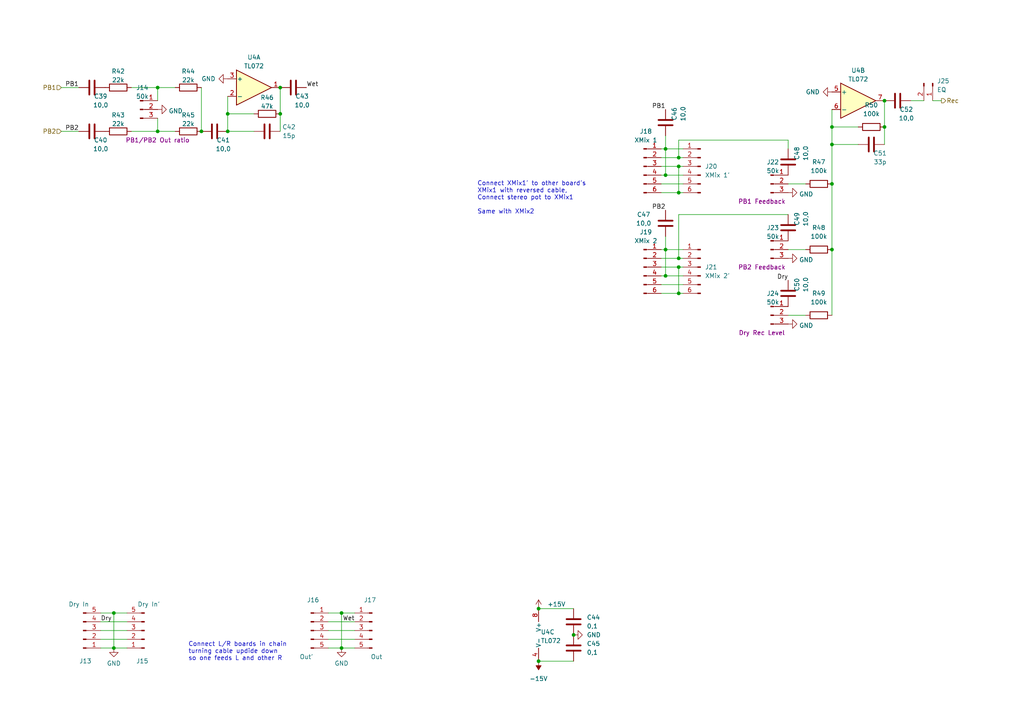
<source format=kicad_sch>
(kicad_sch (version 20211123) (generator eeschema)
  (paper "A4")
  (lib_symbols
    (symbol "Amplifier_Operational:TL072" (pin_names (offset 0.127))
      (property "Reference" "U" (at 0 5.08 0))
      (property "Value" "TL072" (at 0 -5.08 0))
      (symbol "TL072_1_1"
        (polyline (pts (xy -5.08 5.08) (xy 5.08 0) (xy -5.08 -5.08) (xy -5.08 5.08)) (stroke (width 0.254)) (fill (type background)))
        (pin output line (at 7.62 0 180) (length 2.54) (name "~") (number "1"))
        (pin input line (at -7.62 -2.54 0) (length 2.54) (name "-") (number "2"))
        (pin input line (at -7.62 2.54 0) (length 2.54) (name "+") (number "3"))
      )
      (symbol "TL072_2_1"
        (polyline (pts (xy -5.08 5.08) (xy 5.08 0) (xy -5.08 -5.08) (xy -5.08 5.08)) (stroke (width 0.254)) (fill (type background)))
        (pin input line (at -7.62 2.54 0) (length 2.54) (name "+") (number "5"))
        (pin input line (at -7.62 -2.54 0) (length 2.54) (name "-") (number "6"))
        (pin output line (at 7.62 0 180) (length 2.54) (name "~") (number "7"))
      )
      (symbol "TL072_3_1"
        (pin power_in line (at -2.54 -7.62 90) (length 3.81) (name "V-") (number "4"))
        (pin power_in line (at -2.54 7.62 270) (length 3.81) (name "V+") (number "8"))
      )
    )
    (symbol "Connector:Conn_01x02_Male" (pin_names (offset 1.016) hide)
      (property "Reference" "J" (at 0 2.54 0))
      (property "Value" "Conn_01x02_Male" (at 0 -5.08 0))
      (symbol "Conn_01x02_Male_1_1"
        (polyline (pts (xy 1.27 -2.54) (xy 0.8636 -2.54)) (stroke (width 0.1524)))
        (polyline (pts (xy 1.27 0) (xy 0.8636 0)) (stroke (width 0.1524)))
        (rectangle (start 0.8636 -2.413) (end 0 -2.667) (stroke (width 0.1524)) (fill (type outline)))
        (rectangle (start 0.8636 0.127) (end 0 -0.127) (stroke (width 0.1524)) (fill (type outline)))
        (pin passive line (at 5.08 0 180) (length 3.81) (name "Pin_1") (number "1"))
        (pin passive line (at 5.08 -2.54 180) (length 3.81) (name "Pin_2") (number "2"))
      )
    )
    (symbol "Connector:Conn_01x03_Male" (pin_names (offset 1.016) hide)
      (property "Reference" "J" (at 0 5.08 0))
      (property "Value" "Conn_01x03_Male" (at 0 -5.08 0))
      (symbol "Conn_01x03_Male_1_1"
        (polyline (pts (xy 1.27 -2.54) (xy 0.8636 -2.54)) (stroke (width 0.1524)))
        (polyline (pts (xy 1.27 0) (xy 0.8636 0)) (stroke (width 0.1524)))
        (polyline (pts (xy 1.27 2.54) (xy 0.8636 2.54)) (stroke (width 0.1524)))
        (rectangle (start 0.8636 -2.413) (end 0 -2.667) (stroke (width 0.1524)) (fill (type outline)))
        (rectangle (start 0.8636 0.127) (end 0 -0.127) (stroke (width 0.1524)) (fill (type outline)))
        (rectangle (start 0.8636 2.667) (end 0 2.413) (stroke (width 0.1524)) (fill (type outline)))
        (pin passive line (at 5.08 2.54 180) (length 3.81) (name "Pin_1") (number "1"))
        (pin passive line (at 5.08 0 180) (length 3.81) (name "Pin_2") (number "2"))
        (pin passive line (at 5.08 -2.54 180) (length 3.81) (name "Pin_3") (number "3"))
      )
    )
    (symbol "Connector:Conn_01x05_Male" (pin_names (offset 1.016) hide)
      (property "Reference" "J" (at 0 7.62 0))
      (property "Value" "Conn_01x05_Male" (at 0 -7.62 0))
      (symbol "Conn_01x05_Male_1_1"
        (polyline (pts (xy 1.27 -5.08) (xy 0.8636 -5.08)) (stroke (width 0.1524)))
        (polyline (pts (xy 1.27 -2.54) (xy 0.8636 -2.54)) (stroke (width 0.1524)))
        (polyline (pts (xy 1.27 0) (xy 0.8636 0)) (stroke (width 0.1524)))
        (polyline (pts (xy 1.27 2.54) (xy 0.8636 2.54)) (stroke (width 0.1524)))
        (polyline (pts (xy 1.27 5.08) (xy 0.8636 5.08)) (stroke (width 0.1524)))
        (rectangle (start 0.8636 -4.953) (end 0 -5.207) (stroke (width 0.1524)) (fill (type outline)))
        (rectangle (start 0.8636 -2.413) (end 0 -2.667) (stroke (width 0.1524)) (fill (type outline)))
        (rectangle (start 0.8636 0.127) (end 0 -0.127) (stroke (width 0.1524)) (fill (type outline)))
        (rectangle (start 0.8636 2.667) (end 0 2.413) (stroke (width 0.1524)) (fill (type outline)))
        (rectangle (start 0.8636 5.207) (end 0 4.953) (stroke (width 0.1524)) (fill (type outline)))
        (pin passive line (at 5.08 5.08 180) (length 3.81) (name "Pin_1") (number "1"))
        (pin passive line (at 5.08 2.54 180) (length 3.81) (name "Pin_2") (number "2"))
        (pin passive line (at 5.08 0 180) (length 3.81) (name "Pin_3") (number "3"))
        (pin passive line (at 5.08 -2.54 180) (length 3.81) (name "Pin_4") (number "4"))
        (pin passive line (at 5.08 -5.08 180) (length 3.81) (name "Pin_5") (number "5"))
      )
    )
    (symbol "Connector:Conn_01x06_Male" (pin_names (offset 1.016) hide)
      (property "Reference" "J" (at 0 7.62 0))
      (property "Value" "Conn_01x06_Male" (at 0 -10.16 0))
      (symbol "Conn_01x06_Male_1_1"
        (polyline (pts (xy 1.27 -7.62) (xy 0.8636 -7.62)) (stroke (width 0.1524)))
        (polyline (pts (xy 1.27 -5.08) (xy 0.8636 -5.08)) (stroke (width 0.1524)))
        (polyline (pts (xy 1.27 -2.54) (xy 0.8636 -2.54)) (stroke (width 0.1524)))
        (polyline (pts (xy 1.27 0) (xy 0.8636 0)) (stroke (width 0.1524)))
        (polyline (pts (xy 1.27 2.54) (xy 0.8636 2.54)) (stroke (width 0.1524)))
        (polyline (pts (xy 1.27 5.08) (xy 0.8636 5.08)) (stroke (width 0.1524)))
        (rectangle (start 0.8636 -7.493) (end 0 -7.747) (stroke (width 0.1524)) (fill (type outline)))
        (rectangle (start 0.8636 -4.953) (end 0 -5.207) (stroke (width 0.1524)) (fill (type outline)))
        (rectangle (start 0.8636 -2.413) (end 0 -2.667) (stroke (width 0.1524)) (fill (type outline)))
        (rectangle (start 0.8636 0.127) (end 0 -0.127) (stroke (width 0.1524)) (fill (type outline)))
        (rectangle (start 0.8636 2.667) (end 0 2.413) (stroke (width 0.1524)) (fill (type outline)))
        (rectangle (start 0.8636 5.207) (end 0 4.953) (stroke (width 0.1524)) (fill (type outline)))
        (pin passive line (at 5.08 5.08 180) (length 3.81) (name "Pin_1") (number "1"))
        (pin passive line (at 5.08 2.54 180) (length 3.81) (name "Pin_2") (number "2"))
        (pin passive line (at 5.08 0 180) (length 3.81) (name "Pin_3") (number "3"))
        (pin passive line (at 5.08 -2.54 180) (length 3.81) (name "Pin_4") (number "4"))
        (pin passive line (at 5.08 -5.08 180) (length 3.81) (name "Pin_5") (number "5"))
        (pin passive line (at 5.08 -7.62 180) (length 3.81) (name "Pin_6") (number "6"))
      )
    )
    (symbol "Device:C" (pin_numbers hide) (pin_names (offset 0.254))
      (property "Reference" "C" (at 0.635 2.54 0))
      (property "Value" "C" (at 0.635 -2.54 0))
      (symbol "C_0_1"
        (polyline (pts (xy -2.032 -0.762) (xy 2.032 -0.762)) (stroke (width 0.508)))
        (polyline (pts (xy -2.032 0.762) (xy 2.032 0.762)) (stroke (width 0.508)))
      )
      (symbol "C_1_1"
        (pin passive line (at 0 3.81 270) (length 2.794) (name "~") (number "1"))
        (pin passive line (at 0 -3.81 90) (length 2.794) (name "~") (number "2"))
      )
    )
    (symbol "Device:R" (pin_numbers hide) (pin_names (offset 0))
      (property "Reference" "R" (at 2.032 0 90))
      (property "Value" "R" (at 0 0 90))
      (symbol "R_0_1"
        (rectangle (start -1.016 -2.54) (end 1.016 2.54) (stroke (width 0.254)))
      )
      (symbol "R_1_1"
        (pin passive line (at 0 3.81 270) (length 1.27) (name "~") (number "1"))
        (pin passive line (at 0 -3.81 90) (length 1.27) (name "~") (number "2"))
      )
    )
    (symbol "power:+15V" (power) (pin_names (offset 0))
      (property "Value" "+15V" (at 0 3.556 0))
      (symbol "+15V_0_1"
        (polyline (pts (xy -0.762 1.27) (xy 0 2.54)))
        (polyline (pts (xy 0 0) (xy 0 2.54)))
        (polyline (pts (xy 0 2.54) (xy 0.762 1.27)))
      )
      (symbol "+15V_1_1"
        (pin power_in line (at 0 0 90) (length 0) hide (name "+15V") (number "1"))
      )
    )
    (symbol "power:-15V" (power) (pin_names (offset 0))
      (property "Value" "-15V" (at 0 3.81 0))
      (symbol "-15V_0_0"
        (pin power_in line (at 0 0 90) (length 0) hide (name "-15V") (number "1"))
      )
      (symbol "-15V_0_1"
        (polyline (pts (xy 0 0) (xy 0 1.27) (xy 0.762 1.27) (xy 0 2.54) (xy -0.762 1.27) (xy 0 1.27)) (fill (type outline)))
      )
    )
    (symbol "power:GND" (power) (pin_names (offset 0))
      (property "Value" "GND" (at 0 -3.81 0))
      (symbol "GND_0_1"
        (polyline (pts (xy 0 0) (xy 0 -1.27) (xy 1.27 -1.27) (xy 0 -2.54) (xy -1.27 -1.27) (xy 0 -1.27)))
      )
      (symbol "GND_1_1"
        (pin power_in line (at 0 0 270) (length 0) hide (name "GND") (number "1"))
      )
    )
  )
  (junction (at 156.21 191.77))
  (junction (at 45.72 25.4))
  (junction (at 193.04 72.39))
  (junction (at 196.85 45.72))
  (junction (at 66.04 38.1))
  (junction (at 99.06 187.96))
  (junction (at 193.04 50.8))
  (junction (at 196.85 55.88))
  (junction (at 156.21 176.53))
  (junction (at 99.06 177.8))
  (junction (at 58.42 38.1))
  (junction (at 196.85 85.09))
  (junction (at 196.85 77.47))
  (junction (at 256.54 29.21))
  (junction (at 193.04 43.18))
  (junction (at 256.54 36.83))
  (junction (at 45.72 38.1))
  (junction (at 33.02 187.96))
  (junction (at 193.04 80.01))
  (junction (at 241.3 53.34))
  (junction (at 166.37 184.15))
  (junction (at 81.28 25.4))
  (junction (at 241.3 41.91))
  (junction (at 241.3 72.39))
  (junction (at 33.02 177.8))
  (junction (at 196.85 48.26))
  (junction (at 241.3 36.83))
  (junction (at 196.85 74.93))
  (junction (at 66.04 33.02))
  (junction (at 81.28 33.02))
  (wire (pts (xy 50.8 38.1) (xy 45.72 38.1)))
  (wire (pts (xy 241.3 41.91) (xy 241.3 36.83)))
  (wire (pts (xy 95.25 187.96) (xy 99.06 187.96)))
  (wire (pts (xy 45.72 29.21) (xy 45.72 25.4)))
  (wire (pts (xy 193.04 80.01) (xy 191.77 80.01)))
  (wire (pts (xy 66.04 33.02) (xy 66.04 27.94)))
  (wire (pts (xy 196.85 48.26) (xy 198.12 48.26)))
  (wire (pts (xy 33.02 187.96) (xy 36.83 187.96)))
  (wire (pts (xy 38.1 25.4) (xy 45.72 25.4)))
  (wire (pts (xy 256.54 29.21) (xy 256.54 36.83)))
  (wire (pts (xy 196.85 45.72) (xy 198.12 45.72)))
  (wire (pts (xy 193.04 72.39) (xy 198.12 72.39)))
  (wire (pts (xy 17.78 25.4) (xy 22.86 25.4)))
  (wire (pts (xy 38.1 38.1) (xy 45.72 38.1)))
  (wire (pts (xy 196.85 62.23) (xy 196.85 74.93)))
  (wire (pts (xy 193.04 50.8) (xy 191.77 50.8)))
  (wire (pts (xy 241.3 53.34) (xy 241.3 72.39)))
  (wire (pts (xy 81.28 25.4) (xy 81.28 33.02)))
  (wire (pts (xy 102.87 187.96) (xy 99.06 187.96)))
  (wire (pts (xy 193.04 80.01) (xy 198.12 80.01)))
  (wire (pts (xy 99.06 177.8) (xy 99.06 187.96)))
  (wire (pts (xy 33.02 177.8) (xy 33.02 187.96)))
  (wire (pts (xy 264.16 29.21) (xy 267.97 29.21)))
  (wire (pts (xy 248.92 41.91) (xy 241.3 41.91)))
  (wire (pts (xy 270.51 29.21) (xy 273.05 29.21)))
  (wire (pts (xy 228.6 72.39) (xy 233.68 72.39)))
  (wire (pts (xy 191.77 43.18) (xy 193.04 43.18)))
  (wire (pts (xy 196.85 85.09) (xy 196.85 77.47)))
  (wire (pts (xy 191.77 85.09) (xy 196.85 85.09)))
  (wire (pts (xy 45.72 38.1) (xy 45.72 34.29)))
  (wire (pts (xy 241.3 72.39) (xy 241.3 91.44)))
  (wire (pts (xy 241.3 41.91) (xy 241.3 53.34)))
  (wire (pts (xy 17.78 38.1) (xy 22.86 38.1)))
  (wire (pts (xy 198.12 55.88) (xy 196.85 55.88)))
  (wire (pts (xy 33.02 187.96) (xy 29.21 187.96)))
  (wire (pts (xy 66.04 38.1) (xy 66.04 33.02)))
  (wire (pts (xy 191.77 74.93) (xy 196.85 74.93)))
  (wire (pts (xy 191.77 82.55) (xy 198.12 82.55)))
  (wire (pts (xy 73.66 33.02) (xy 66.04 33.02)))
  (wire (pts (xy 95.25 177.8) (xy 99.06 177.8)))
  (wire (pts (xy 156.21 191.77) (xy 166.37 191.77)))
  (wire (pts (xy 193.04 43.18) (xy 198.12 43.18)))
  (wire (pts (xy 196.85 77.47) (xy 198.12 77.47)))
  (wire (pts (xy 193.04 50.8) (xy 198.12 50.8)))
  (wire (pts (xy 248.92 36.83) (xy 241.3 36.83)))
  (wire (pts (xy 191.77 45.72) (xy 196.85 45.72)))
  (wire (pts (xy 196.85 55.88) (xy 196.85 48.26)))
  (wire (pts (xy 193.04 68.58) (xy 193.04 72.39)))
  (wire (pts (xy 228.6 40.64) (xy 196.85 40.64)))
  (wire (pts (xy 191.77 48.26) (xy 196.85 48.26)))
  (wire (pts (xy 29.21 177.8) (xy 33.02 177.8)))
  (wire (pts (xy 256.54 36.83) (xy 256.54 41.91)))
  (wire (pts (xy 191.77 55.88) (xy 196.85 55.88)))
  (wire (pts (xy 95.25 182.88) (xy 102.87 182.88)))
  (wire (pts (xy 58.42 25.4) (xy 58.42 38.1)))
  (wire (pts (xy 196.85 62.23) (xy 228.6 62.23)))
  (wire (pts (xy 73.66 38.1) (xy 66.04 38.1)))
  (wire (pts (xy 29.21 180.34) (xy 36.83 180.34)))
  (wire (pts (xy 81.28 33.02) (xy 81.28 38.1)))
  (wire (pts (xy 191.77 72.39) (xy 193.04 72.39)))
  (wire (pts (xy 156.21 176.53) (xy 166.37 176.53)))
  (wire (pts (xy 196.85 74.93) (xy 198.12 74.93)))
  (wire (pts (xy 29.21 185.42) (xy 36.83 185.42)))
  (wire (pts (xy 95.25 185.42) (xy 102.87 185.42)))
  (wire (pts (xy 191.77 53.34) (xy 198.12 53.34)))
  (wire (pts (xy 228.6 43.18) (xy 228.6 40.64)))
  (wire (pts (xy 196.85 40.64) (xy 196.85 45.72)))
  (wire (pts (xy 228.6 91.44) (xy 233.68 91.44)))
  (wire (pts (xy 193.04 72.39) (xy 193.04 80.01)))
  (wire (pts (xy 191.77 77.47) (xy 196.85 77.47)))
  (wire (pts (xy 95.25 180.34) (xy 102.87 180.34)))
  (wire (pts (xy 193.04 43.18) (xy 193.04 50.8)))
  (wire (pts (xy 33.02 177.8) (xy 36.83 177.8)))
  (wire (pts (xy 198.12 85.09) (xy 196.85 85.09)))
  (wire (pts (xy 29.21 182.88) (xy 36.83 182.88)))
  (wire (pts (xy 102.87 177.8) (xy 99.06 177.8)))
  (wire (pts (xy 193.04 39.37) (xy 193.04 43.18)))
  (wire (pts (xy 241.3 36.83) (xy 241.3 31.75)))
  (wire (pts (xy 228.6 53.34) (xy 233.68 53.34)))
  (wire (pts (xy 45.72 25.4) (xy 50.8 25.4)))
  (text "Connect L/R boards in chain\nturning cable updide down\nso one feeds L and other R" (at 54.61 191.77 0) (effects (font (size 1.27 1.27)) (justify left bottom)))
  (text "Connect XMix1' to other board's\nXMix1 with reversed cable,\nConnect stereo pot to XMix1\n\nSame with XMix2" (at 138.43 62.23 0) (effects (font (size 1.27 1.27)) (justify left bottom)))
  (label "Wet" (at 88.9 25.4 0))
  (label "Dry" (at 228.6 81.28 180))
  (label "PB1" (at 193.04 31.75 180))
  (label "PB1" (at 22.86 25.4 180))
  (label "PB2" (at 22.86 38.1 180))
  (label "PB2" (at 193.04 60.96 180))
  (label "Wet" (at 102.87 180.34 180))
  (label "Dry" (at 29.21 180.34 0))
  (hierarchical_label "Rec" (shape output) (at 273.05 29.21 0))
  (hierarchical_label "PB2" (shape input) (at 17.78 38.1 180))
  (hierarchical_label "PB1" (shape input) (at 17.78 25.4 180))
  (symbol (lib_id "Connector:Conn_01x03_Male") (at 223.52 91.44 0) (unit 1)
    (property "Reference" "J24" (at 224.155 85.124 0))
    (property "Value" "50k" (at 224.155 87.6609 0))
    (property "Footprint" "Connector_PinHeader_2.54mm:PinHeader_1x03_P2.54mm_Vertical" (effects hide))
    (property "Label" "Dry Rec Level" (at 220.98 96.52 0))
  )
  (symbol (lib_id "power:+15V") (at 156.21 176.53 0) (unit 1)
    (property "Reference" "#PWR0117" (effects hide))
    (property "Value" "+15V" (at 158.75 175.2599 0) (effects (justify left)))
  )
  (symbol (lib_id "Device:C") (at 85.09 25.4 90) (unit 1)
    (property "Reference" "C43" (at 87.63 27.94 90))
    (property "Value" "10,0" (at 87.63 30.48 90))
    (property "Footprint" "Capacitor_SMD:C_1206_3216Metric_Pad1.33x1.80mm_HandSolder" (effects hide))
  )
  (symbol (lib_id "power:GND") (at 45.72 31.75 90) (unit 1)
    (property "Reference" "#PWR0113" (effects hide))
    (property "Value" "GND" (at 48.895 32.1838 90) (effects (justify right)))
  )
  (symbol (lib_id "Connector:Conn_01x06_Male") (at 203.2 48.26 0) (mirror y) (unit 1)
    (property "Reference" "J20" (at 204.47 48.2599 0) (effects (justify right)))
    (property "Value" "XMix 1'" (at 204.47 50.7999 0) (effects (justify right)))
    (property "Footprint" "Connector_PinHeader_2.54mm:PinHeader_1x06_P2.54mm_Vertical" (effects hide))
  )
  (symbol (lib_id "Device:C") (at 260.35 29.21 90) (unit 1)
    (property "Reference" "C52" (at 262.89 31.75 90))
    (property "Value" "10,0" (at 262.89 34.29 90))
    (property "Footprint" "Capacitor_SMD:C_1206_3216Metric_Pad1.33x1.80mm_HandSolder" (effects hide))
  )
  (symbol (lib_id "power:GND") (at 99.06 187.96 0) (mirror y) (unit 1)
    (property "Reference" "#PWR0114" (effects hide))
    (property "Value" "GND" (at 99.06 192.4034 0))
  )
  (symbol (lib_id "Connector:Conn_01x03_Male") (at 223.52 53.34 0) (unit 1)
    (property "Reference" "J22" (at 224.155 47.024 0))
    (property "Value" "50k" (at 224.155 49.5609 0))
    (property "Footprint" "Connector_PinHeader_2.54mm:PinHeader_1x03_P2.54mm_Vertical" (effects hide))
    (property "Label" "PB1 Feedback" (at 220.98 58.42 0))
  )
  (symbol (lib_id "Device:C") (at 166.37 187.96 0) (unit 1)
    (property "Reference" "C45" (at 170.18 186.6899 0) (effects (justify left)))
    (property "Value" "0,1" (at 170.18 189.2299 0) (effects (justify left)))
    (property "Footprint" "Capacitor_SMD:C_1206_3216Metric_Pad1.33x1.80mm_HandSolder" (effects hide))
  )
  (symbol (lib_id "Device:R") (at 34.29 38.1 90) (unit 1)
    (property "Reference" "R43" (at 34.29 33.3842 90))
    (property "Value" "22k" (at 34.29 35.9211 90))
    (property "Footprint" "Resistor_SMD:R_1206_3216Metric_Pad1.30x1.75mm_HandSolder" (effects hide))
  )
  (symbol (lib_id "Connector:Conn_01x03_Male") (at 223.52 72.39 0) (unit 1)
    (property "Reference" "J23" (at 224.155 66.074 0))
    (property "Value" "50k" (at 224.155 68.6109 0))
    (property "Footprint" "Connector_PinHeader_2.54mm:PinHeader_1x03_P2.54mm_Vertical" (effects hide))
    (property "Label" "PB2 Feedback" (at 220.98 77.47 0))
  )
  (symbol (lib_id "Device:C") (at 62.23 38.1 90) (unit 1)
    (property "Reference" "C41" (at 64.77 40.64 90))
    (property "Value" "10,0" (at 64.77 43.18 90))
    (property "Footprint" "Capacitor_SMD:C_0805_2012Metric_Pad1.18x1.45mm_HandSolder" (effects hide))
  )
  (symbol (lib_id "Device:C") (at 166.37 180.34 0) (unit 1)
    (property "Reference" "C44" (at 170.18 179.0699 0) (effects (justify left)))
    (property "Value" "0,1" (at 170.18 181.6099 0) (effects (justify left)))
    (property "Footprint" "Capacitor_SMD:C_1206_3216Metric_Pad1.33x1.80mm_HandSolder" (effects hide))
  )
  (symbol (lib_id "Amplifier_Operational:TL072") (at 158.75 184.15 0) (unit 3)
    (property "Reference" "U4" (at 156.845 183.3153 0) (effects (justify left)))
    (property "Value" "TL072" (at 156.845 185.8522 0) (effects (justify left)))
    (property "Footprint" "Package_DIP:DIP-8_W7.62mm_LongPads" (effects hide))
    (property "Datasheet" "http://www.ti.com/lit/ds/symlink/tl071.pdf" (effects hide))
  )
  (symbol (lib_id "Connector:Conn_01x06_Male") (at 203.2 77.47 0) (mirror y) (unit 1)
    (property "Reference" "J21" (at 204.47 77.4699 0) (effects (justify right)))
    (property "Value" "XMix 2'" (at 204.47 80.0099 0) (effects (justify right)))
    (property "Footprint" "Connector_PinHeader_2.54mm:PinHeader_1x06_P2.54mm_Vertical" (effects hide))
  )
  (symbol (lib_id "Connector:Conn_01x05_Male") (at 24.13 182.88 0) (mirror x) (unit 1)
    (property "Reference" "J13" (at 24.765 191.736 0))
    (property "Value" "Dry In" (at 22.86 175.26 0))
    (property "Footprint" "Connector_PinHeader_2.54mm:PinHeader_1x05_P2.54mm_Vertical" (effects hide))
  )
  (symbol (lib_id "Connector:Conn_01x05_Male") (at 41.91 182.88 180) (unit 1)
    (property "Reference" "J15" (at 41.275 191.736 0))
    (property "Value" "Dry In'" (at 43.18 175.26 0))
    (property "Footprint" "Connector_PinHeader_2.54mm:PinHeader_1x05_P2.54mm_Vertical" (effects hide))
  )
  (symbol (lib_id "Device:C") (at 228.6 85.09 180) (unit 1)
    (property "Reference" "C50" (at 231.14 82.55 90))
    (property "Value" "10,0" (at 233.68 82.55 90))
    (property "Footprint" "Capacitor_SMD:C_1206_3216Metric_Pad1.33x1.80mm_HandSolder" (effects hide))
  )
  (symbol (lib_id "Device:C") (at 193.04 64.77 180) (unit 1)
    (property "Reference" "C47" (at 186.69 62.23 0))
    (property "Value" "10,0" (at 186.69 64.77 0))
    (property "Footprint" "Capacitor_SMD:C_1206_3216Metric_Pad1.33x1.80mm_HandSolder" (effects hide))
  )
  (symbol (lib_id "power:GND") (at 33.02 187.96 0) (mirror y) (unit 1)
    (property "Reference" "#PWR0115" (effects hide))
    (property "Value" "GND" (at 33.02 192.4034 0))
  )
  (symbol (lib_id "power:GND") (at 228.6 93.98 90) (unit 1)
    (property "Reference" "#PWR0119" (effects hide))
    (property "Value" "GND" (at 231.775 94.4138 90) (effects (justify right)))
  )
  (symbol (lib_id "power:GND") (at 66.04 22.86 270) (unit 1)
    (property "Reference" "#PWR0112" (effects hide))
    (property "Value" "GND" (at 58.42 22.86 90) (effects (justify left)))
  )
  (symbol (lib_id "Device:R") (at 237.49 91.44 90) (unit 1)
    (property "Reference" "R49" (at 237.49 85.09 90))
    (property "Value" "100k" (at 237.49 87.63 90))
    (property "Footprint" "Resistor_SMD:R_1206_3216Metric_Pad1.30x1.75mm_HandSolder" (effects hide))
  )
  (symbol (lib_id "Connector:Conn_01x06_Male") (at 186.69 77.47 0) (unit 1)
    (property "Reference" "J19" (at 187.325 67.31 0))
    (property "Value" "XMix 2" (at 187.325 69.85 0))
    (property "Footprint" "Connector_PinHeader_2.54mm:PinHeader_1x06_P2.54mm_Vertical" (effects hide))
  )
  (symbol (lib_id "Amplifier_Operational:TL072") (at 73.66 25.4 0) (unit 1)
    (property "Reference" "U4" (at 73.66 16.6202 0))
    (property "Value" "TL072" (at 73.66 19.1571 0))
    (property "Footprint" "Package_DIP:DIP-8_W7.62mm_LongPads" (effects hide))
    (property "Datasheet" "http://www.ti.com/lit/ds/symlink/tl071.pdf" (effects hide))
  )
  (symbol (lib_id "Device:C") (at 77.47 38.1 90) (unit 1)
    (property "Reference" "C42" (at 83.82 36.83 90))
    (property "Value" "15p" (at 83.82 39.37 90))
    (property "Footprint" "Capacitor_THT:C_Disc_D5.0mm_W2.5mm_P2.50mm" (effects hide))
  )
  (symbol (lib_id "power:GND") (at 241.3 26.67 270) (unit 1)
    (property "Reference" "#PWR0110" (effects hide))
    (property "Value" "GND" (at 233.68 26.67 90) (effects (justify left)))
  )
  (symbol (lib_id "power:GND") (at 166.37 184.15 90) (mirror x) (unit 1)
    (property "Reference" "#PWR0116" (effects hide))
    (property "Value" "GND" (at 170.18 184.1499 90) (effects (justify right)))
  )
  (symbol (lib_id "Amplifier_Operational:TL072") (at 248.92 29.21 0) (unit 2)
    (property "Reference" "U4" (at 248.92 20.4302 0))
    (property "Value" "TL072" (at 248.92 22.9671 0))
    (property "Footprint" "Package_DIP:DIP-8_W7.62mm_LongPads" (effects hide))
    (property "Datasheet" "http://www.ti.com/lit/ds/symlink/tl071.pdf" (effects hide))
  )
  (symbol (lib_id "Device:R") (at 34.29 25.4 90) (unit 1)
    (property "Reference" "R42" (at 34.29 20.6842 90))
    (property "Value" "22k" (at 34.29 23.2211 90))
    (property "Footprint" "Resistor_SMD:R_1206_3216Metric_Pad1.30x1.75mm_HandSolder" (effects hide))
  )
  (symbol (lib_id "Connector:Conn_01x02_Male") (at 270.51 24.13 270) (unit 1)
    (property "Reference" "J25" (at 271.78 23.4949 90) (effects (justify left)))
    (property "Value" "EQ" (at 271.78 26.0349 90) (effects (justify left)))
    (property "Footprint" "Connector_PinHeader_2.54mm:PinHeader_1x02_P2.54mm_Vertical" (effects hide))
  )
  (symbol (lib_id "Connector:Conn_01x06_Male") (at 186.69 48.26 0) (unit 1)
    (property "Reference" "J18" (at 187.325 38.1 0))
    (property "Value" "XMix 1" (at 187.325 40.64 0))
    (property "Footprint" "Connector_PinHeader_2.54mm:PinHeader_1x06_P2.54mm_Vertical" (effects hide))
  )
  (symbol (lib_id "Device:C") (at 26.67 25.4 90) (unit 1)
    (property "Reference" "C39" (at 29.21 27.94 90))
    (property "Value" "10,0" (at 29.21 30.48 90))
    (property "Footprint" "Capacitor_SMD:C_0805_2012Metric_Pad1.18x1.45mm_HandSolder" (effects hide))
  )
  (symbol (lib_id "Device:R") (at 237.49 53.34 90) (unit 1)
    (property "Reference" "R47" (at 237.49 46.99 90))
    (property "Value" "100k" (at 237.49 49.53 90))
    (property "Footprint" "Resistor_SMD:R_1206_3216Metric_Pad1.30x1.75mm_HandSolder" (effects hide))
  )
  (symbol (lib_id "Device:R") (at 237.49 72.39 90) (unit 1)
    (property "Reference" "R48" (at 237.49 66.04 90))
    (property "Value" "100k" (at 237.49 68.58 90))
    (property "Footprint" "Resistor_SMD:R_1206_3216Metric_Pad1.30x1.75mm_HandSolder" (effects hide))
  )
  (symbol (lib_id "power:-15V") (at 156.21 191.77 180) (unit 1)
    (property "Reference" "#PWR0118" (effects hide))
    (property "Value" "-15V" (at 156.21 196.85 0))
  )
  (symbol (lib_id "Connector:Conn_01x05_Male") (at 90.17 182.88 0) (unit 1)
    (property "Reference" "J16" (at 90.805 174.024 0))
    (property "Value" "Out'" (at 88.9 190.5 0))
    (property "Footprint" "Connector_PinHeader_2.54mm:PinHeader_1x05_P2.54mm_Vertical" (effects hide))
  )
  (symbol (lib_id "Device:C") (at 228.6 66.04 180) (unit 1)
    (property "Reference" "C49" (at 231.14 63.5 90))
    (property "Value" "10,0" (at 233.68 63.5 90))
    (property "Footprint" "Capacitor_SMD:C_1206_3216Metric_Pad1.33x1.80mm_HandSolder" (effects hide))
  )
  (symbol (lib_id "Device:C") (at 193.04 35.56 180) (unit 1)
    (property "Reference" "C46" (at 195.58 33.02 90))
    (property "Value" "10,0" (at 198.12 33.02 90))
    (property "Footprint" "Capacitor_SMD:C_1206_3216Metric_Pad1.33x1.80mm_HandSolder" (effects hide))
  )
  (symbol (lib_id "Device:R") (at 252.73 36.83 90) (unit 1)
    (property "Reference" "R50" (at 252.73 30.48 90))
    (property "Value" "100k" (at 252.73 33.02 90))
    (property "Footprint" "Resistor_SMD:R_1206_3216Metric_Pad1.30x1.75mm_HandSolder" (effects hide))
  )
  (symbol (lib_id "Device:R") (at 54.61 38.1 90) (unit 1)
    (property "Reference" "R45" (at 54.61 33.3842 90))
    (property "Value" "22k" (at 54.61 35.9211 90))
    (property "Footprint" "Resistor_SMD:R_1206_3216Metric_Pad1.30x1.75mm_HandSolder" (effects hide))
  )
  (symbol (lib_id "Device:C") (at 26.67 38.1 90) (unit 1)
    (property "Reference" "C40" (at 29.21 40.64 90))
    (property "Value" "10,0" (at 29.21 43.18 90))
    (property "Footprint" "Capacitor_SMD:C_0805_2012Metric_Pad1.18x1.45mm_HandSolder" (effects hide))
  )
  (symbol (lib_id "Connector:Conn_01x03_Male") (at 40.64 31.75 0) (unit 1)
    (property "Reference" "J14" (at 41.275 25.434 0))
    (property "Value" "50k" (at 41.275 27.9709 0))
    (property "Footprint" "Connector_PinHeader_2.54mm:PinHeader_1x03_P2.54mm_Vertical" (effects hide))
    (property "Label" "PB1/PB2 Out ratio" (at 45.72 40.64 0))
  )
  (symbol (lib_id "Device:C") (at 228.6 46.99 180) (unit 1)
    (property "Reference" "C48" (at 231.14 44.45 90))
    (property "Value" "10,0" (at 233.68 44.45 90))
    (property "Footprint" "Capacitor_SMD:C_1206_3216Metric_Pad1.33x1.80mm_HandSolder" (effects hide))
  )
  (symbol (lib_id "Connector:Conn_01x05_Male") (at 107.95 182.88 0) (mirror y) (unit 1)
    (property "Reference" "J17" (at 107.315 174.024 0))
    (property "Value" "Out" (at 109.22 190.5 0))
    (property "Footprint" "Connector_PinHeader_2.54mm:PinHeader_1x05_P2.54mm_Vertical" (effects hide))
  )
  (symbol (lib_id "power:GND") (at 228.6 74.93 90) (unit 1)
    (property "Reference" "#PWR0120" (effects hide))
    (property "Value" "GND" (at 231.775 75.3638 90) (effects (justify right)))
  )
  (symbol (lib_id "Device:R") (at 77.47 33.02 90) (unit 1)
    (property "Reference" "R46" (at 77.47 28.3042 90))
    (property "Value" "47k" (at 77.47 30.8411 90))
    (property "Footprint" "Resistor_SMD:R_1206_3216Metric_Pad1.30x1.75mm_HandSolder" (effects hide))
  )
  (symbol (lib_id "Device:C") (at 252.73 41.91 90) (unit 1)
    (property "Reference" "C51" (at 255.27 44.45 90))
    (property "Value" "33p" (at 255.27 46.99 90))
    (property "Footprint" "Capacitor_THT:C_Disc_D5.0mm_W2.5mm_P2.50mm" (effects hide))
  )
  (symbol (lib_id "power:GND") (at 228.6 55.88 90) (unit 1)
    (property "Reference" "#PWR0111" (effects hide))
    (property "Value" "GND" (at 231.775 56.3138 90) (effects (justify right)))
  )
  (symbol (lib_id "Device:R") (at 54.61 25.4 90) (unit 1)
    (property "Reference" "R44" (at 54.61 20.6842 90))
    (property "Value" "22k" (at 54.61 23.2211 90))
    (property "Footprint" "Resistor_SMD:R_1206_3216Metric_Pad1.30x1.75mm_HandSolder" (effects hide))
  )
)
</source>
